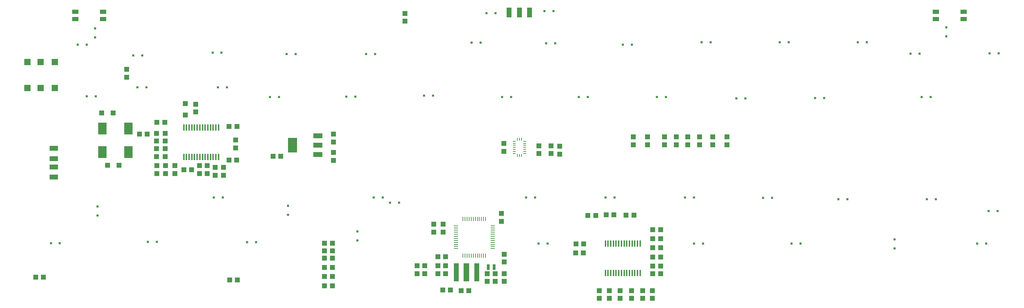
<source format=gbp>
G75*
%MOIN*%
%OFA0B0*%
%FSLAX25Y25*%
%IPPOS*%
%LPD*%
%AMOC8*
5,1,8,0,0,1.08239X$1,22.5*
%
%ADD10R,0.01969X0.01969*%
%ADD11R,0.05000X0.04500*%
%ADD12R,0.04500X0.05000*%
%ADD13R,0.00787X0.03937*%
%ADD14R,0.03937X0.00787*%
%ADD15R,0.02756X0.05512*%
%ADD16R,0.04724X0.17323*%
%ADD17R,0.05512X0.17323*%
%ADD18R,0.01575X0.05906*%
%ADD19R,0.08800X0.04800*%
%ADD20R,0.08661X0.14173*%
%ADD21R,0.04724X0.04724*%
%ADD22R,0.07874X0.11811*%
%ADD23R,0.05906X0.05906*%
%ADD24R,0.07874X0.04724*%
%ADD25R,0.02657X0.00984*%
%ADD26R,0.00984X0.02657*%
%ADD27R,0.06102X0.03937*%
%ADD28R,0.04724X0.09646*%
D10*
X0047008Y0066842D03*
X0055669Y0066842D03*
X0091783Y0093368D03*
X0091783Y0102029D03*
X0140069Y0068092D03*
X0148730Y0068092D03*
X0235413Y0067748D03*
X0244075Y0067748D03*
X0274789Y0094141D03*
X0274789Y0102803D03*
X0212175Y0111006D03*
X0203514Y0111006D03*
X0341449Y0078331D03*
X0341449Y0069670D03*
X0372825Y0105878D03*
X0365925Y0111006D03*
X0357264Y0111006D03*
X0381486Y0105878D03*
X0503514Y0111006D03*
X0512175Y0111006D03*
X0579764Y0111006D03*
X0588425Y0111006D03*
X0656014Y0111006D03*
X0664675Y0111006D03*
X0731102Y0110454D03*
X0739764Y0110454D03*
X0803602Y0109204D03*
X0812264Y0109204D03*
X0888602Y0109204D03*
X0897264Y0109204D03*
X0947736Y0097679D03*
X0956398Y0097679D03*
X0945404Y0066488D03*
X0936742Y0066488D03*
X0857372Y0070514D03*
X0857372Y0061852D03*
X0767116Y0066517D03*
X0758455Y0066517D03*
X0673465Y0066517D03*
X0664803Y0066517D03*
X0524075Y0066498D03*
X0515413Y0066498D03*
X0705561Y0206134D03*
X0714222Y0206134D03*
X0781181Y0206567D03*
X0789843Y0206567D03*
X0883396Y0207462D03*
X0892057Y0207462D03*
X0881486Y0249264D03*
X0872825Y0249264D03*
X0830925Y0260120D03*
X0822264Y0260120D03*
X0755925Y0260120D03*
X0747264Y0260120D03*
X0680925Y0260120D03*
X0672264Y0260120D03*
X0605157Y0257974D03*
X0596496Y0257974D03*
X0531407Y0259224D03*
X0522746Y0259224D03*
X0459907Y0259974D03*
X0451246Y0259974D03*
X0465469Y0288167D03*
X0474131Y0288167D03*
X0521219Y0290267D03*
X0529881Y0290267D03*
X0358504Y0248909D03*
X0349843Y0248909D03*
X0282254Y0248909D03*
X0273593Y0248909D03*
X0211004Y0250159D03*
X0202343Y0250159D03*
X0134754Y0247659D03*
X0126093Y0247659D03*
X0081407Y0257974D03*
X0072746Y0257974D03*
X0089600Y0264836D03*
X0089600Y0273497D03*
X0130020Y0216960D03*
X0138681Y0216960D03*
X0090131Y0208260D03*
X0081470Y0208260D03*
X0207520Y0216960D03*
X0216181Y0216960D03*
X0257569Y0207423D03*
X0266230Y0207423D03*
X0330856Y0207718D03*
X0339518Y0207718D03*
X0405364Y0208811D03*
X0414026Y0208811D03*
X0480364Y0207561D03*
X0489026Y0207561D03*
X0554114Y0207561D03*
X0562776Y0207561D03*
X0629311Y0207384D03*
X0637972Y0207384D03*
X0907200Y0265836D03*
X0907200Y0274497D03*
X0948770Y0249569D03*
X0957431Y0249569D03*
D11*
X0696450Y0169067D03*
X0682700Y0169067D03*
X0682700Y0161567D03*
X0696450Y0161567D03*
X0670200Y0161567D03*
X0658950Y0161567D03*
X0647700Y0161567D03*
X0636450Y0161567D03*
X0636450Y0169067D03*
X0647700Y0169067D03*
X0658950Y0169067D03*
X0670200Y0169067D03*
X0620200Y0169067D03*
X0606450Y0169067D03*
X0606450Y0161567D03*
X0620200Y0161567D03*
X0535950Y0160167D03*
X0527350Y0160517D03*
X0515950Y0160517D03*
X0515950Y0153017D03*
X0527350Y0153017D03*
X0535950Y0152667D03*
X0482100Y0155317D03*
X0482100Y0162817D03*
X0318600Y0164217D03*
X0318600Y0171717D03*
X0318600Y0154117D03*
X0318600Y0146617D03*
X0224600Y0158617D03*
X0224600Y0166117D03*
X0212850Y0139817D03*
X0204800Y0139817D03*
X0197300Y0141417D03*
X0189800Y0141417D03*
X0189800Y0133917D03*
X0197300Y0133917D03*
X0204800Y0132317D03*
X0212850Y0132317D03*
X0166200Y0133917D03*
X0157100Y0133917D03*
X0148700Y0133917D03*
X0148700Y0141417D03*
X0157100Y0141417D03*
X0166200Y0141417D03*
X0156950Y0150217D03*
X0148550Y0150217D03*
X0148550Y0157717D03*
X0156950Y0157717D03*
X0156950Y0165067D03*
X0148550Y0165067D03*
X0148550Y0172567D03*
X0156950Y0172567D03*
X0186050Y0193067D03*
X0186050Y0200567D03*
X0120000Y0226567D03*
X0120000Y0234067D03*
X0387300Y0280417D03*
X0387300Y0287917D03*
X0479850Y0095367D03*
X0479850Y0087867D03*
X0423750Y0085067D03*
X0415000Y0085067D03*
X0415000Y0077567D03*
X0423750Y0077567D03*
X0482500Y0056317D03*
X0482500Y0048817D03*
X0482500Y0037567D03*
X0473750Y0037567D03*
X0466250Y0037567D03*
X0466250Y0030067D03*
X0473750Y0030067D03*
X0482500Y0030067D03*
X0573800Y0021317D03*
X0583400Y0021317D03*
X0593800Y0021317D03*
X0605000Y0021317D03*
X0615400Y0021317D03*
X0625000Y0021317D03*
X0625000Y0013817D03*
X0615400Y0013817D03*
X0605000Y0013817D03*
X0593800Y0013817D03*
X0583400Y0013817D03*
X0573800Y0013817D03*
D12*
X0032500Y0034067D03*
X0040000Y0034067D03*
X0218750Y0031567D03*
X0226250Y0031567D03*
X0309850Y0034767D03*
X0317350Y0034767D03*
X0317350Y0043567D03*
X0309850Y0043567D03*
X0309850Y0052367D03*
X0317350Y0052367D03*
X0317350Y0059567D03*
X0309850Y0059567D03*
X0309850Y0066767D03*
X0317350Y0066767D03*
X0398750Y0045067D03*
X0406250Y0045067D03*
X0418750Y0045067D03*
X0426250Y0045067D03*
X0426250Y0037567D03*
X0418750Y0037567D03*
X0406250Y0037567D03*
X0398750Y0037567D03*
X0418750Y0053817D03*
X0426250Y0053817D03*
X0423450Y0021967D03*
X0430950Y0021967D03*
X0441050Y0021167D03*
X0448550Y0021167D03*
X0551100Y0057517D03*
X0558600Y0057517D03*
X0558950Y0066317D03*
X0551450Y0066317D03*
X0625250Y0062367D03*
X0632750Y0062367D03*
X0632750Y0071167D03*
X0625250Y0071167D03*
X0625250Y0079967D03*
X0632750Y0079967D03*
X0607150Y0093767D03*
X0599650Y0093767D03*
X0587950Y0094167D03*
X0580450Y0094167D03*
X0570350Y0093567D03*
X0562850Y0093567D03*
X0625250Y0053567D03*
X0632750Y0053567D03*
X0632750Y0044767D03*
X0625250Y0044767D03*
X0625250Y0037567D03*
X0632750Y0037567D03*
X0317350Y0025967D03*
X0309850Y0025967D03*
X0182250Y0137667D03*
X0174750Y0137667D03*
X0218050Y0146967D03*
X0225550Y0146967D03*
X0260450Y0150567D03*
X0267950Y0150567D03*
X0225700Y0179017D03*
X0218200Y0179017D03*
X0156500Y0183067D03*
X0149000Y0183067D03*
X0139550Y0171817D03*
X0132050Y0171817D03*
D13*
X0442923Y0090283D03*
X0444892Y0090283D03*
X0446860Y0090283D03*
X0448829Y0090283D03*
X0450797Y0090283D03*
X0452766Y0090283D03*
X0454734Y0090283D03*
X0456703Y0090283D03*
X0458671Y0090283D03*
X0460640Y0090283D03*
X0462608Y0090283D03*
X0464577Y0090283D03*
X0464577Y0054850D03*
X0462608Y0054850D03*
X0460640Y0054850D03*
X0458671Y0054850D03*
X0456703Y0054850D03*
X0454734Y0054850D03*
X0452766Y0054850D03*
X0450797Y0054850D03*
X0448829Y0054850D03*
X0446860Y0054850D03*
X0444892Y0054850D03*
X0442923Y0054850D03*
D14*
X0436033Y0061740D03*
X0436033Y0063708D03*
X0436033Y0065677D03*
X0436033Y0067645D03*
X0436033Y0069614D03*
X0436033Y0071582D03*
X0436033Y0073551D03*
X0436033Y0075519D03*
X0436033Y0077488D03*
X0436033Y0079456D03*
X0436033Y0081425D03*
X0436033Y0083393D03*
X0471467Y0083393D03*
X0471467Y0081425D03*
X0471467Y0079456D03*
X0471467Y0077488D03*
X0471467Y0075519D03*
X0471467Y0073551D03*
X0471467Y0071582D03*
X0471467Y0069614D03*
X0471467Y0067645D03*
X0471467Y0065677D03*
X0471467Y0063708D03*
X0471467Y0061740D03*
D15*
X0472953Y0043817D03*
X0467047Y0043817D03*
D16*
X0456093Y0038817D03*
X0436407Y0038817D03*
D17*
X0446250Y0038817D03*
D18*
X0579766Y0038095D03*
X0582325Y0038095D03*
X0584884Y0038095D03*
X0587443Y0038095D03*
X0590002Y0038095D03*
X0592561Y0038095D03*
X0595120Y0038095D03*
X0597680Y0038095D03*
X0600239Y0038095D03*
X0602798Y0038095D03*
X0605357Y0038095D03*
X0607916Y0038095D03*
X0610475Y0038095D03*
X0613034Y0038095D03*
X0613034Y0066638D03*
X0610475Y0066638D03*
X0607916Y0066638D03*
X0605357Y0066638D03*
X0602798Y0066638D03*
X0600239Y0066638D03*
X0597680Y0066638D03*
X0595120Y0066638D03*
X0592561Y0066638D03*
X0590002Y0066638D03*
X0587443Y0066638D03*
X0584884Y0066638D03*
X0582325Y0066638D03*
X0579766Y0066638D03*
X0208034Y0149695D03*
X0205475Y0149695D03*
X0202916Y0149695D03*
X0200357Y0149695D03*
X0197798Y0149695D03*
X0195239Y0149695D03*
X0192680Y0149695D03*
X0190120Y0149695D03*
X0187561Y0149695D03*
X0185002Y0149695D03*
X0182443Y0149695D03*
X0179884Y0149695D03*
X0177325Y0149695D03*
X0174766Y0149695D03*
X0174766Y0178238D03*
X0177325Y0178238D03*
X0179884Y0178238D03*
X0182443Y0178238D03*
X0185002Y0178238D03*
X0187561Y0178238D03*
X0190120Y0178238D03*
X0192680Y0178238D03*
X0195239Y0178238D03*
X0197798Y0178238D03*
X0200357Y0178238D03*
X0202916Y0178238D03*
X0205475Y0178238D03*
X0208034Y0178238D03*
D19*
X0303600Y0170267D03*
X0303600Y0161167D03*
X0303600Y0152067D03*
D20*
X0279199Y0161167D03*
D21*
X0176050Y0190055D03*
X0176050Y0201078D03*
X0106962Y0192167D03*
X0095938Y0192167D03*
X0101638Y0141967D03*
X0112662Y0141967D03*
D22*
X0121352Y0154667D03*
X0096548Y0154667D03*
X0096548Y0177167D03*
X0121352Y0177167D03*
D23*
X0050928Y0216118D03*
X0037148Y0216118D03*
X0024550Y0216118D03*
X0024550Y0241315D03*
X0037148Y0241315D03*
X0050928Y0241315D03*
D24*
X0049764Y0158046D03*
X0049764Y0148204D03*
X0049764Y0140330D03*
X0049764Y0130487D03*
D25*
X0492156Y0153141D03*
X0492156Y0155110D03*
X0492156Y0157078D03*
X0492156Y0159047D03*
X0492156Y0161015D03*
X0492156Y0162984D03*
X0492156Y0164952D03*
X0502096Y0164952D03*
X0502096Y0162984D03*
X0502096Y0161015D03*
X0502096Y0159047D03*
X0502096Y0157078D03*
X0502096Y0155110D03*
X0502096Y0153141D03*
D26*
X0499094Y0151124D03*
X0497126Y0151124D03*
X0495157Y0151124D03*
X0495157Y0166970D03*
X0497126Y0166970D03*
X0499094Y0166970D03*
D27*
X0897126Y0282669D03*
X0897126Y0289362D03*
X0923898Y0289362D03*
X0923898Y0282669D03*
X0097126Y0282669D03*
X0097126Y0289362D03*
X0070354Y0289362D03*
X0070354Y0282669D03*
D28*
X0487283Y0288910D03*
X0497126Y0288910D03*
X0506969Y0288910D03*
M02*

</source>
